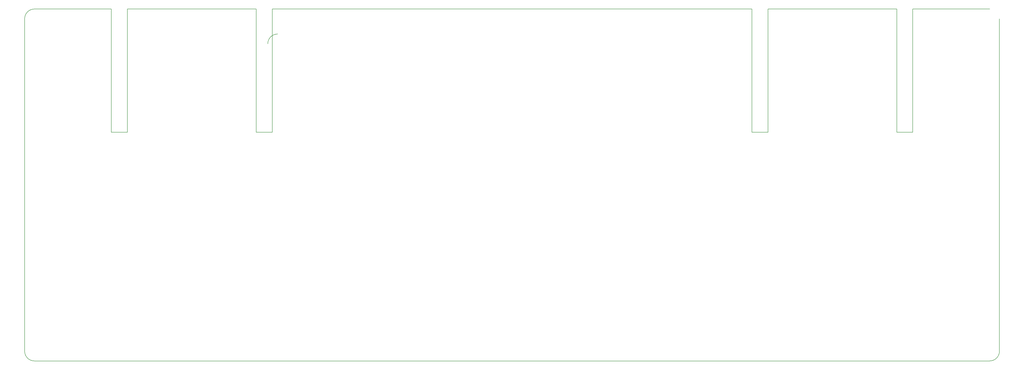
<source format=gm1>
%TF.GenerationSoftware,KiCad,Pcbnew,(6.0.0)*%
%TF.CreationDate,2022-03-05T22:59:58-05:00*%
%TF.ProjectId,custom_keyboard plate v3 bottom - map,63757374-6f6d-45f6-9b65-79626f617264,rev?*%
%TF.SameCoordinates,Original*%
%TF.FileFunction,Profile,NP*%
%FSLAX46Y46*%
G04 Gerber Fmt 4.6, Leading zero omitted, Abs format (unit mm)*
G04 Created by KiCad (PCBNEW (6.0.0)) date 2022-03-05 22:59:58*
%MOMM*%
%LPD*%
G01*
G04 APERTURE LIST*
%TA.AperFunction,Profile*%
%ADD10C,0.200000*%
%TD*%
G04 APERTURE END LIST*
D10*
X367124200Y-72226700D02*
X367124200Y-122226700D01*
X404787000Y-215092700D02*
G75*
G03*
X408755500Y-211124200I-1J3968501D01*
G01*
X17461400Y-72226700D02*
G75*
G03*
X13492900Y-76195200I1J-3968501D01*
G01*
X113874200Y-72226700D02*
X308374200Y-72226700D01*
X367124200Y-122226700D02*
X373624200Y-122226700D01*
X314874200Y-72226700D02*
X314874200Y-122226700D01*
X48624200Y-72226700D02*
X17461400Y-72226700D01*
X408755500Y-211124200D02*
X408755500Y-76195200D01*
X55124200Y-72226700D02*
X55124200Y-122226700D01*
X113874200Y-122226700D02*
X107374200Y-122226700D01*
X113874200Y-72226700D02*
X113874200Y-122226700D01*
X314874200Y-72226700D02*
X367124200Y-72226700D01*
X55124200Y-72226700D02*
X107374200Y-72226700D01*
X314874200Y-122226700D02*
X308374200Y-122226700D01*
X373624200Y-72226700D02*
X404787000Y-72226700D01*
X13492900Y-211124200D02*
G75*
G03*
X17461400Y-215092700I3968501J1D01*
G01*
X55124200Y-122226700D02*
X48624200Y-122226700D01*
X17461400Y-215092700D02*
X404787000Y-215092700D01*
X107374200Y-122226700D02*
X107374200Y-72226700D01*
X373624200Y-122226700D02*
X373624200Y-72226700D01*
X13492900Y-76195200D02*
X13492900Y-211124200D01*
X116053509Y-82381150D02*
G75*
G03*
X112085009Y-86349650I1J-3968501D01*
G01*
X48624200Y-122226700D02*
X48624200Y-72226700D01*
X308374200Y-122226700D02*
X308374200Y-72226700D01*
M02*

</source>
